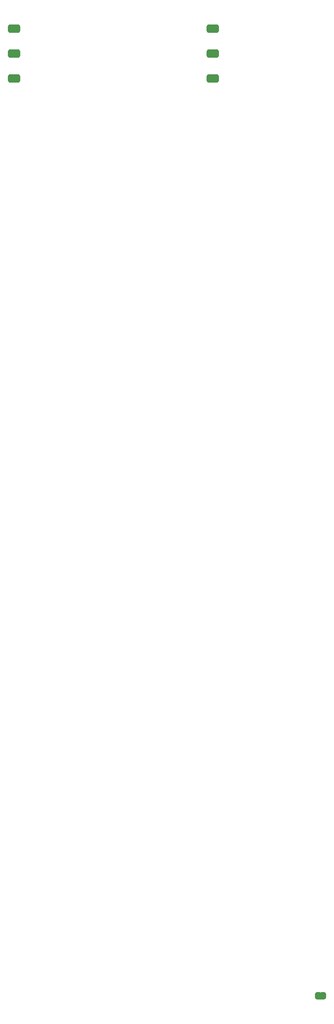
<source format=gbr>
%TF.GenerationSoftware,KiCad,Pcbnew,8.0.2*%
%TF.CreationDate,2024-12-14T16:27:18+01:00*%
%TF.ProjectId,pss_outstageboard,7073735f-6f75-4747-9374-616765626f61,1.0.0*%
%TF.SameCoordinates,Original*%
%TF.FileFunction,Paste,Top*%
%TF.FilePolarity,Positive*%
%FSLAX46Y46*%
G04 Gerber Fmt 4.6, Leading zero omitted, Abs format (unit mm)*
G04 Created by KiCad (PCBNEW 8.0.2) date 2024-12-14 16:27:18*
%MOMM*%
%LPD*%
G01*
G04 APERTURE LIST*
G04 Aperture macros list*
%AMRoundRect*
0 Rectangle with rounded corners*
0 $1 Rounding radius*
0 $2 $3 $4 $5 $6 $7 $8 $9 X,Y pos of 4 corners*
0 Add a 4 corners polygon primitive as box body*
4,1,4,$2,$3,$4,$5,$6,$7,$8,$9,$2,$3,0*
0 Add four circle primitives for the rounded corners*
1,1,$1+$1,$2,$3*
1,1,$1+$1,$4,$5*
1,1,$1+$1,$6,$7*
1,1,$1+$1,$8,$9*
0 Add four rect primitives between the rounded corners*
20,1,$1+$1,$2,$3,$4,$5,0*
20,1,$1+$1,$4,$5,$6,$7,0*
20,1,$1+$1,$6,$7,$8,$9,0*
20,1,$1+$1,$8,$9,$2,$3,0*%
%AMFreePoly0*
4,1,19,0.500000,-0.750000,0.000000,-0.750000,0.000000,-0.744911,-0.071157,-0.744911,-0.207708,-0.704816,-0.327430,-0.627875,-0.420627,-0.520320,-0.479746,-0.390866,-0.500000,-0.250000,-0.500000,0.250000,-0.479746,0.390866,-0.420627,0.520320,-0.327430,0.627875,-0.207708,0.704816,-0.071157,0.744911,0.000000,0.744911,0.000000,0.750000,0.500000,0.750000,0.500000,-0.750000,0.500000,-0.750000,
$1*%
%AMFreePoly1*
4,1,19,0.000000,0.744911,0.071157,0.744911,0.207708,0.704816,0.327430,0.627875,0.420627,0.520320,0.479746,0.390866,0.500000,0.250000,0.500000,-0.250000,0.479746,-0.390866,0.420627,-0.520320,0.327430,-0.627875,0.207708,-0.704816,0.071157,-0.744911,0.000000,-0.744911,0.000000,-0.750000,-0.500000,-0.750000,-0.500000,0.750000,0.000000,0.750000,0.000000,0.744911,0.000000,0.744911,
$1*%
G04 Aperture macros list end*
%ADD10C,0.000000*%
%ADD11RoundRect,0.426829X-0.823171X-0.448171X0.823171X-0.448171X0.823171X0.448171X-0.823171X0.448171X0*%
%ADD12FreePoly0,180.000000*%
%ADD13FreePoly1,180.000000*%
G04 APERTURE END LIST*
D10*
%TO.C,JP2101*%
G36*
X253000000Y-228250000D02*
G01*
X251700000Y-228250000D01*
X251700000Y-226750000D01*
X253000000Y-226750000D01*
X253000000Y-228250000D01*
G37*
%TD*%
D11*
%TO.C,TP2104*%
X189680000Y-30160000D03*
%TD*%
%TO.C,TP2103*%
X230320000Y-30160000D03*
%TD*%
%TO.C,TP2105*%
X189680000Y-35240000D03*
%TD*%
D12*
%TO.C,JP2101*%
X253000000Y-227500000D03*
D13*
X251700000Y-227500000D03*
%TD*%
D11*
%TO.C,TP2102*%
X230320000Y-35240000D03*
%TD*%
%TO.C,TP2101*%
X230320000Y-40320000D03*
%TD*%
%TO.C,TP2106*%
X189680000Y-40320000D03*
%TD*%
M02*

</source>
